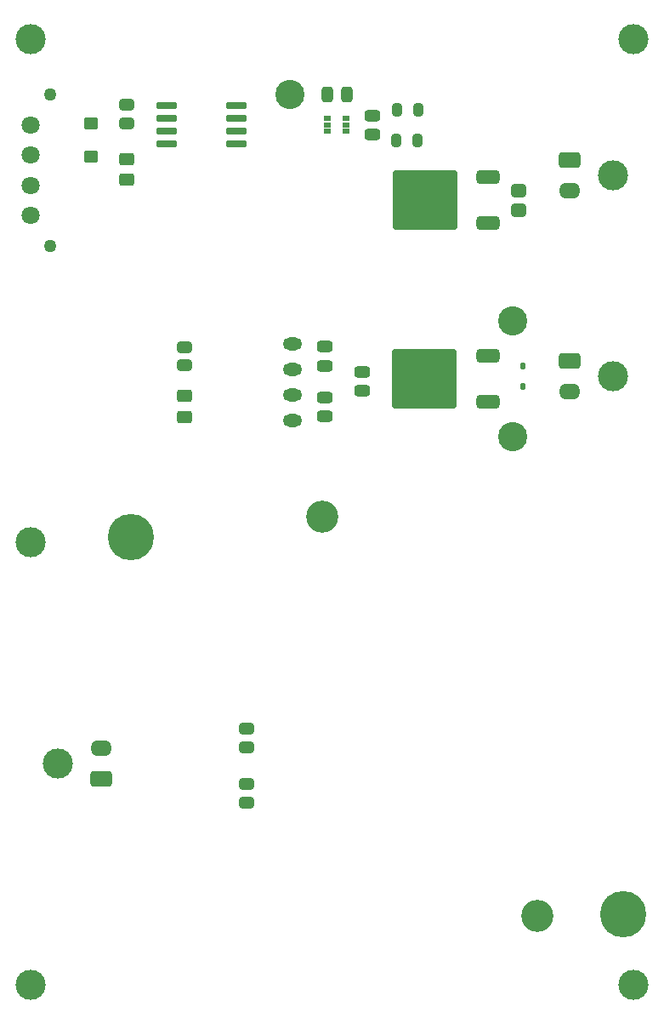
<source format=gbr>
G04 #@! TF.GenerationSoftware,KiCad,Pcbnew,7.0.2*
G04 #@! TF.CreationDate,2023-10-17T16:40:19-05:00*
G04 #@! TF.ProjectId,ContactorDriver,436f6e74-6163-4746-9f72-447269766572,rev?*
G04 #@! TF.SameCoordinates,Original*
G04 #@! TF.FileFunction,Soldermask,Top*
G04 #@! TF.FilePolarity,Negative*
%FSLAX46Y46*%
G04 Gerber Fmt 4.6, Leading zero omitted, Abs format (unit mm)*
G04 Created by KiCad (PCBNEW 7.0.2) date 2023-10-17 16:40:19*
%MOMM*%
%LPD*%
G01*
G04 APERTURE LIST*
G04 Aperture macros list*
%AMRoundRect*
0 Rectangle with rounded corners*
0 $1 Rounding radius*
0 $2 $3 $4 $5 $6 $7 $8 $9 X,Y pos of 4 corners*
0 Add a 4 corners polygon primitive as box body*
4,1,4,$2,$3,$4,$5,$6,$7,$8,$9,$2,$3,0*
0 Add four circle primitives for the rounded corners*
1,1,$1+$1,$2,$3*
1,1,$1+$1,$4,$5*
1,1,$1+$1,$6,$7*
1,1,$1+$1,$8,$9*
0 Add four rect primitives between the rounded corners*
20,1,$1+$1,$2,$3,$4,$5,0*
20,1,$1+$1,$4,$5,$6,$7,0*
20,1,$1+$1,$6,$7,$8,$9,0*
20,1,$1+$1,$8,$9,$2,$3,0*%
G04 Aperture macros list end*
%ADD10C,2.902000*%
%ADD11O,2.122000X1.602000*%
%ADD12RoundRect,0.301001X0.759999X-0.499999X0.759999X0.499999X-0.759999X0.499999X-0.759999X-0.499999X0*%
%ADD13C,3.000000*%
%ADD14RoundRect,0.301000X0.450000X-0.325000X0.450000X0.325000X-0.450000X0.325000X-0.450000X-0.325000X0*%
%ADD15RoundRect,0.301001X-0.759999X0.499999X-0.759999X-0.499999X0.759999X-0.499999X0.759999X0.499999X0*%
%ADD16RoundRect,0.201000X-0.800000X-0.150000X0.800000X-0.150000X0.800000X0.150000X-0.800000X0.150000X0*%
%ADD17RoundRect,0.301000X-0.450000X0.350000X-0.450000X-0.350000X0.450000X-0.350000X0.450000X0.350000X0*%
%ADD18RoundRect,0.301000X0.450000X-0.262500X0.450000X0.262500X-0.450000X0.262500X-0.450000X-0.262500X0*%
%ADD19RoundRect,0.301000X0.850000X0.350000X-0.850000X0.350000X-0.850000X-0.350000X0.850000X-0.350000X0*%
%ADD20RoundRect,0.300997X2.950003X2.650003X-2.950003X2.650003X-2.950003X-2.650003X2.950003X-2.650003X0*%
%ADD21C,4.602880*%
%ADD22C,3.200000*%
%ADD23RoundRect,0.301000X-0.475000X0.250000X-0.475000X-0.250000X0.475000X-0.250000X0.475000X0.250000X0*%
%ADD24RoundRect,0.301000X-0.250000X-0.475000X0.250000X-0.475000X0.250000X0.475000X-0.250000X0.475000X0*%
%ADD25O,1.902000X1.302000*%
%ADD26RoundRect,0.269750X-0.218750X-0.381250X0.218750X-0.381250X0.218750X0.381250X-0.218750X0.381250X0*%
%ADD27RoundRect,0.051000X-0.596900X0.520700X-0.596900X-0.520700X0.596900X-0.520700X0.596900X0.520700X0*%
%ADD28C,1.270000*%
%ADD29C,1.802000*%
%ADD30RoundRect,0.269750X0.218750X0.381250X-0.218750X0.381250X-0.218750X-0.381250X0.218750X-0.381250X0*%
%ADD31RoundRect,0.051000X0.325000X0.200000X-0.325000X0.200000X-0.325000X-0.200000X0.325000X-0.200000X0*%
%ADD32RoundRect,0.301000X0.475000X-0.250000X0.475000X0.250000X-0.475000X0.250000X-0.475000X-0.250000X0*%
%ADD33RoundRect,0.163500X-0.112500X0.187500X-0.112500X-0.187500X0.112500X-0.187500X0.112500X0.187500X0*%
G04 APERTURE END LIST*
D10*
X192800000Y-76500000D03*
D11*
X173970000Y-141500000D03*
D12*
X173970000Y-144500000D03*
D13*
X169650000Y-143000000D03*
D14*
X182283650Y-108525000D03*
X182283650Y-106475000D03*
X176500000Y-84937500D03*
X176500000Y-82887500D03*
D13*
X227000000Y-165000000D03*
X227000000Y-71000000D03*
X225000000Y-84500000D03*
D15*
X220680000Y-83000000D03*
D11*
X220680000Y-86000000D03*
D16*
X180500000Y-77595000D03*
X180500000Y-78865000D03*
X180500000Y-80135000D03*
X180500000Y-81405000D03*
X187500000Y-81405000D03*
X187500000Y-80135000D03*
X187500000Y-78865000D03*
X187500000Y-77595000D03*
D17*
X215590000Y-88000000D03*
X215590000Y-86000000D03*
D18*
X188500000Y-141412500D03*
X188500000Y-139587500D03*
X176500000Y-79325000D03*
X176500000Y-77500000D03*
D19*
X212500000Y-107000000D03*
D20*
X206200000Y-104720000D03*
D19*
X212500000Y-102440000D03*
D21*
X226000000Y-158000000D03*
D13*
X167000000Y-165000000D03*
X225000000Y-104500000D03*
D15*
X220680000Y-103000000D03*
D11*
X220680000Y-106000000D03*
D13*
X167000000Y-71000000D03*
X167000000Y-121000000D03*
D22*
X217400000Y-158200000D03*
X196000000Y-118500000D03*
D21*
X177000000Y-120500000D03*
D23*
X196247300Y-101550000D03*
X196247300Y-103450000D03*
D24*
X196550000Y-76510000D03*
X198450000Y-76510000D03*
D19*
X212540000Y-89280000D03*
D20*
X206240000Y-87000000D03*
D19*
X212540000Y-84720000D03*
D25*
X193027300Y-108860000D03*
X193027300Y-106320000D03*
X193027300Y-103780000D03*
X193027300Y-101240000D03*
D26*
X203437500Y-78000000D03*
X205562500Y-78000000D03*
D27*
X173000000Y-79361700D03*
X173000000Y-82638300D03*
D28*
X168960000Y-76500000D03*
X168960000Y-91500000D03*
D29*
X167000000Y-79500000D03*
X167000000Y-82500000D03*
X167000000Y-85500000D03*
X167000000Y-88500000D03*
D23*
X196247300Y-106600000D03*
X196247300Y-108500000D03*
D30*
X205530000Y-81000000D03*
X203405000Y-81000000D03*
D31*
X198417500Y-80150000D03*
X198417500Y-79500000D03*
X198417500Y-78850000D03*
X196517500Y-78850000D03*
X196517500Y-79500000D03*
X196517500Y-80150000D03*
D10*
X215000000Y-99000000D03*
D32*
X200000000Y-105950000D03*
X200000000Y-104050000D03*
D18*
X188500000Y-146912500D03*
X188500000Y-145087500D03*
D23*
X201000000Y-78560000D03*
X201000000Y-80460000D03*
D10*
X215000000Y-110500000D03*
D33*
X216000000Y-103450000D03*
X216000000Y-105550000D03*
D18*
X182283650Y-103412500D03*
X182283650Y-101587500D03*
M02*

</source>
